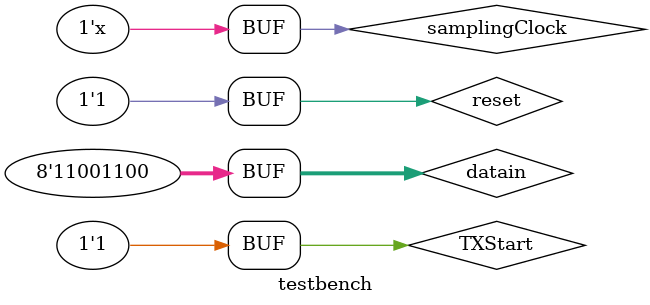
<source format=v>
`timescale 1ns / 1ps
module testbench;

	// Inputs
	reg TXStart;	
	reg reset;
	reg [7:0] datain;
   reg samplingClock; 
	wire TXdataOut; 
   wire[7:0] dataOut;
	


	initial samplingClock=0;
	
	transmitter uut (
		.TXStart(TXStart),  
		.clk2(samplingClock),  
		.reset(reset), 
		.datain(datain),  
		.TXdataOut(TXdataOut)
	
		
	); 
	Receiver uut2 (TXdataOut,samplingClock,reset,dataOut);
   
	initial begin
	reset=0; 
	#1 reset=1;
	#18 TXStart=1; datain=8'b10010101; 
	#944 datain=8'b10111001; 
	#944 datain=8'b11000011;
	#944 datain=8'b11001100;
	 

	end
	
	always #5
	samplingClock=~samplingClock;
	
      
endmodule


</source>
